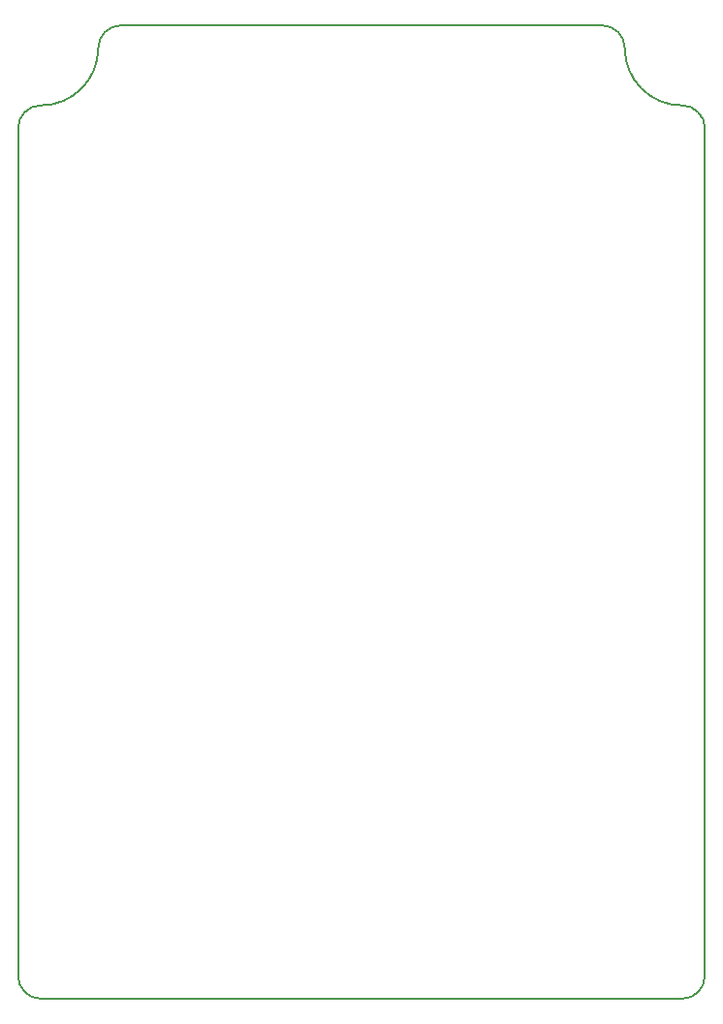
<source format=gbr>
G04 #@! TF.GenerationSoftware,KiCad,Pcbnew,5.1.5-52549c5~84~ubuntu18.04.1*
G04 #@! TF.CreationDate,2020-02-07T15:12:36+01:00*
G04 #@! TF.ProjectId,icescreamer,69636573-6372-4656-916d-65722e6b6963,rev?*
G04 #@! TF.SameCoordinates,Original*
G04 #@! TF.FileFunction,Profile,NP*
%FSLAX46Y46*%
G04 Gerber Fmt 4.6, Leading zero omitted, Abs format (unit mm)*
G04 Created by KiCad (PCBNEW 5.1.5-52549c5~84~ubuntu18.04.1) date 2020-02-07 15:12:36*
%MOMM*%
%LPD*%
G04 APERTURE LIST*
%ADD10C,0.150000*%
G04 APERTURE END LIST*
D10*
X241500000Y-140000000D02*
X185500000Y-140000000D01*
X243500000Y-138000000D02*
G75*
G02X241500000Y-140000000I-2000000J0D01*
G01*
X185500000Y-140000000D02*
G75*
G02X183500000Y-138000000I0J2000000D01*
G01*
X183500000Y-64000000D02*
X183500000Y-138000000D01*
X190500000Y-57000000D02*
G75*
G02X185500000Y-62000000I-5000000J0D01*
G01*
X183500000Y-64000000D02*
G75*
G02X185500000Y-62000000I2000000J0D01*
G01*
X190500000Y-57000000D02*
G75*
G02X192500000Y-55000000I2000000J0D01*
G01*
X234500000Y-55000000D02*
X192500000Y-55000000D01*
X241500000Y-62000000D02*
G75*
G02X236500000Y-57000000I0J5000000D01*
G01*
X234500000Y-55000000D02*
G75*
G02X236500000Y-57000000I0J-2000000D01*
G01*
X243500000Y-64000000D02*
X243500000Y-138000000D01*
X241500000Y-62000000D02*
G75*
G02X243500000Y-64000000I0J-2000000D01*
G01*
M02*

</source>
